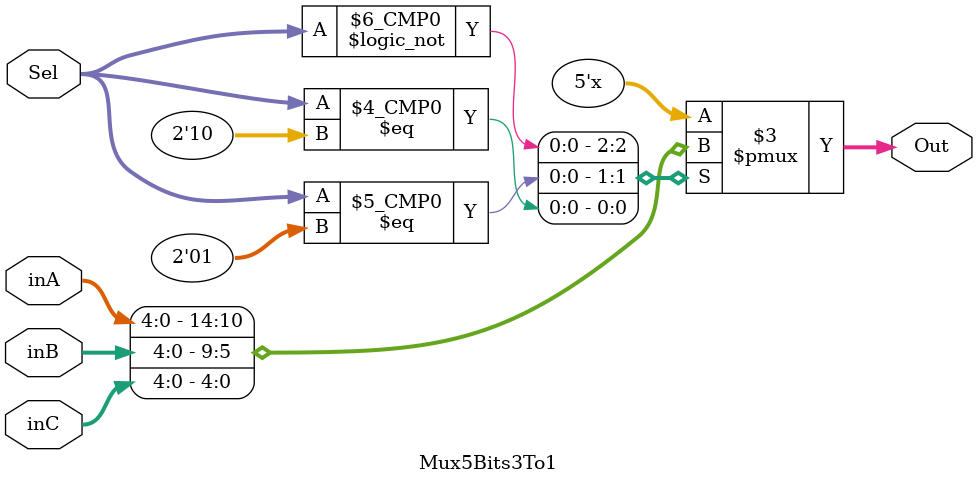
<source format=v>
`timescale 1ns / 1ps


module Mux5Bits3To1(
    output reg [4:0] Out,
    input [4:0] inA,
    input [4:0] inB,
    input [4:0] inC,
    input [1:0] Sel
);


always @(Sel or inA or inB or inC) begin
    case (Sel)
        2'b00: Out = inA; // Select input is 00, output is data0
        2'b01: Out = inB; // Select input is 01, output is data1
        2'b10: Out = inC; // Select input is 10, output is data2
    endcase
end

endmodule

</source>
